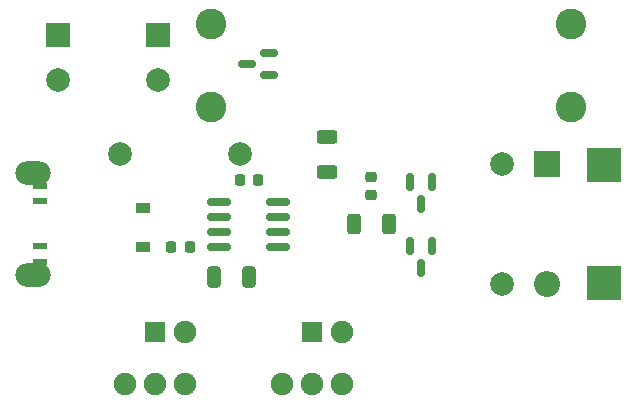
<source format=gbr>
%TF.GenerationSoftware,KiCad,Pcbnew,6.0.2+dfsg-1*%
%TF.CreationDate,2023-06-12T22:10:06+04:00*%
%TF.ProjectId,signal_generator,7369676e-616c-45f6-9765-6e657261746f,rev?*%
%TF.SameCoordinates,Original*%
%TF.FileFunction,Soldermask,Bot*%
%TF.FilePolarity,Negative*%
%FSLAX46Y46*%
G04 Gerber Fmt 4.6, Leading zero omitted, Abs format (unit mm)*
G04 Created by KiCad (PCBNEW 6.0.2+dfsg-1) date 2023-06-12 22:10:06*
%MOMM*%
%LPD*%
G01*
G04 APERTURE LIST*
G04 Aperture macros list*
%AMRoundRect*
0 Rectangle with rounded corners*
0 $1 Rounding radius*
0 $2 $3 $4 $5 $6 $7 $8 $9 X,Y pos of 4 corners*
0 Add a 4 corners polygon primitive as box body*
4,1,4,$2,$3,$4,$5,$6,$7,$8,$9,$2,$3,0*
0 Add four circle primitives for the rounded corners*
1,1,$1+$1,$2,$3*
1,1,$1+$1,$4,$5*
1,1,$1+$1,$6,$7*
1,1,$1+$1,$8,$9*
0 Add four rect primitives between the rounded corners*
20,1,$1+$1,$2,$3,$4,$5,0*
20,1,$1+$1,$4,$5,$6,$7,0*
20,1,$1+$1,$6,$7,$8,$9,0*
20,1,$1+$1,$8,$9,$2,$3,0*%
G04 Aperture macros list end*
%ADD10R,1.150000X0.600000*%
%ADD11O,3.000000X2.000000*%
%ADD12C,1.900000*%
%ADD13C,2.000000*%
%ADD14C,2.600000*%
%ADD15R,2.000000X2.000000*%
%ADD16R,1.700000X1.700000*%
%ADD17R,2.200000X2.200000*%
%ADD18O,2.200000X2.200000*%
%ADD19R,3.000000X3.000000*%
%ADD20RoundRect,0.225000X0.225000X0.250000X-0.225000X0.250000X-0.225000X-0.250000X0.225000X-0.250000X0*%
%ADD21R,1.200000X0.900000*%
%ADD22RoundRect,0.150000X-0.150000X0.587500X-0.150000X-0.587500X0.150000X-0.587500X0.150000X0.587500X0*%
%ADD23RoundRect,0.250000X-0.325000X-0.650000X0.325000X-0.650000X0.325000X0.650000X-0.325000X0.650000X0*%
%ADD24RoundRect,0.150000X0.825000X0.150000X-0.825000X0.150000X-0.825000X-0.150000X0.825000X-0.150000X0*%
%ADD25RoundRect,0.225000X0.250000X-0.225000X0.250000X0.225000X-0.250000X0.225000X-0.250000X-0.225000X0*%
%ADD26RoundRect,0.150000X0.587500X0.150000X-0.587500X0.150000X-0.587500X-0.150000X0.587500X-0.150000X0*%
%ADD27RoundRect,0.225000X-0.225000X-0.250000X0.225000X-0.250000X0.225000X0.250000X-0.225000X0.250000X0*%
%ADD28RoundRect,0.250000X0.625000X-0.312500X0.625000X0.312500X-0.625000X0.312500X-0.625000X-0.312500X0*%
%ADD29RoundRect,0.250000X-0.312500X-0.625000X0.312500X-0.625000X0.312500X0.625000X-0.312500X0.625000X0*%
G04 APERTURE END LIST*
D10*
%TO.C,J1*%
X67210000Y-100700000D03*
X67210000Y-107100000D03*
X67210000Y-101980000D03*
X67210000Y-105790000D03*
D11*
X66645000Y-108220000D03*
X66645000Y-99580000D03*
%TD*%
D12*
%TO.C,RV1*%
X79550000Y-117450000D03*
X77010000Y-117450000D03*
X74470000Y-117450000D03*
%TD*%
D13*
%TO.C,R5*%
X106350000Y-108980000D03*
X106350000Y-98820000D03*
%TD*%
D12*
%TO.C,RV2*%
X92800000Y-117450000D03*
X90260000Y-117450000D03*
X87720000Y-117450000D03*
%TD*%
D14*
%TO.C,R4*%
X112245000Y-94000000D03*
X81765000Y-94000000D03*
%TD*%
%TO.C,R3*%
X112245000Y-87000000D03*
X81765000Y-87000000D03*
%TD*%
D15*
%TO.C,C6*%
X68800000Y-87900000D03*
D13*
X68800000Y-91700000D03*
%TD*%
%TO.C,R6*%
X74000000Y-98000000D03*
X84160000Y-98000000D03*
%TD*%
D16*
%TO.C,J7*%
X90250000Y-113000000D03*
D12*
X92790000Y-113000000D03*
%TD*%
D17*
%TO.C,D2*%
X110200000Y-98820000D03*
D18*
X110200000Y-108980000D03*
%TD*%
D16*
%TO.C,J6*%
X77000000Y-113000000D03*
D12*
X79540000Y-113000000D03*
%TD*%
D15*
%TO.C,C5*%
X77200000Y-87897349D03*
D13*
X77200000Y-91697349D03*
%TD*%
D19*
%TO.C,J4*%
X115000000Y-98900000D03*
%TD*%
D20*
%TO.C,C3*%
X85700000Y-100200000D03*
X84150000Y-100200000D03*
%TD*%
D21*
%TO.C,D1*%
X76000000Y-102500000D03*
X76000000Y-105800000D03*
%TD*%
D22*
%TO.C,Q2*%
X98550000Y-105725000D03*
X100450000Y-105725000D03*
X99500000Y-107600000D03*
%TD*%
D23*
%TO.C,C1*%
X81975000Y-108350000D03*
X84925000Y-108350000D03*
%TD*%
D19*
%TO.C,J5*%
X115000000Y-108900000D03*
%TD*%
D24*
%TO.C,U1*%
X87375000Y-101995000D03*
X87375000Y-103265000D03*
X87375000Y-104535000D03*
X87375000Y-105805000D03*
X82425000Y-105805000D03*
X82425000Y-104535000D03*
X82425000Y-103265000D03*
X82425000Y-101995000D03*
%TD*%
D22*
%TO.C,Q1*%
X98550000Y-100325000D03*
X100450000Y-100325000D03*
X99500000Y-102200000D03*
%TD*%
D25*
%TO.C,C4*%
X95300000Y-101475000D03*
X95300000Y-99925000D03*
%TD*%
D26*
%TO.C,Q3*%
X86637500Y-89400000D03*
X86637500Y-91300000D03*
X84762500Y-90350000D03*
%TD*%
D27*
%TO.C,C2*%
X78375000Y-105800000D03*
X79925000Y-105800000D03*
%TD*%
D28*
%TO.C,R2*%
X91550000Y-99462500D03*
X91550000Y-96537500D03*
%TD*%
D29*
%TO.C,R1*%
X93850000Y-103900000D03*
X96775000Y-103900000D03*
%TD*%
M02*

</source>
